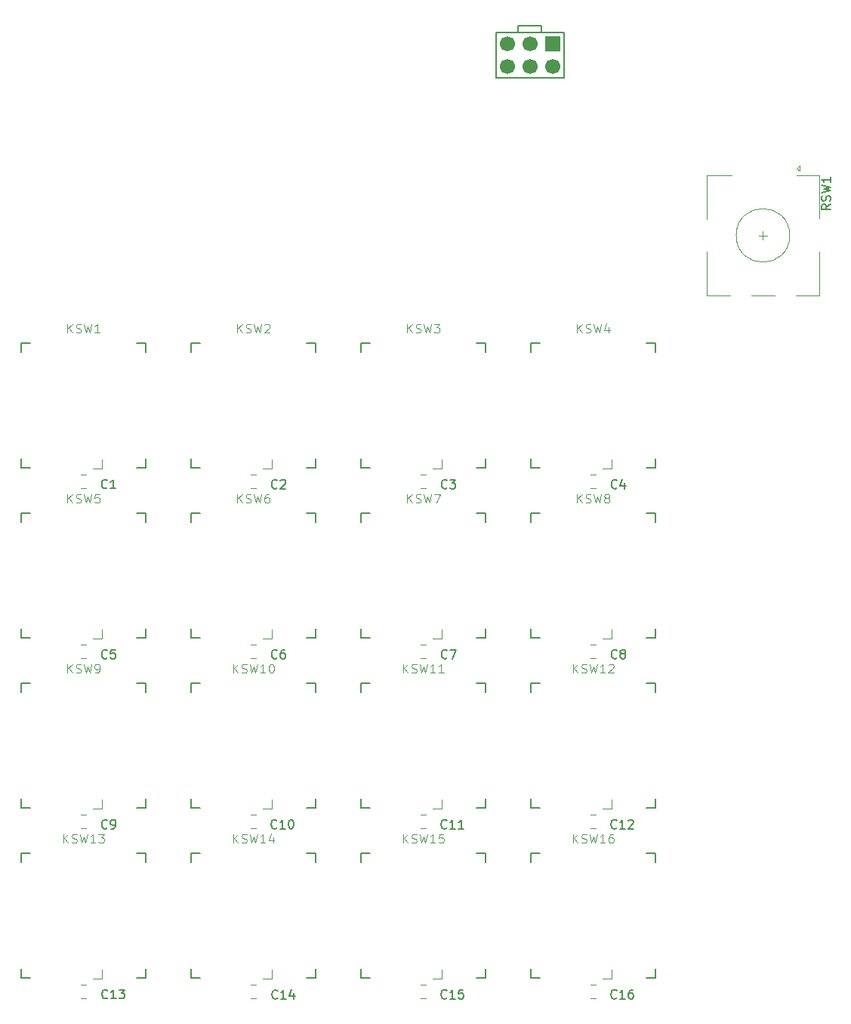
<source format=gbr>
%TF.GenerationSoftware,KiCad,Pcbnew,(7.0.0)*%
%TF.CreationDate,2023-03-09T16:04:36-06:00*%
%TF.ProjectId,RB-Macro16,52422d4d-6163-4726-9f31-362e6b696361,rev?*%
%TF.SameCoordinates,Original*%
%TF.FileFunction,Legend,Top*%
%TF.FilePolarity,Positive*%
%FSLAX46Y46*%
G04 Gerber Fmt 4.6, Leading zero omitted, Abs format (unit mm)*
G04 Created by KiCad (PCBNEW (7.0.0)) date 2023-03-09 16:04:36*
%MOMM*%
%LPD*%
G01*
G04 APERTURE LIST*
%ADD10C,0.150000*%
%ADD11C,0.100000*%
%ADD12C,0.120000*%
%ADD13C,0.203200*%
%ADD14C,0.200000*%
%ADD15R,1.700000X1.700000*%
%ADD16C,1.700000*%
G04 APERTURE END LIST*
D10*
%TO.C,C14*%
X82927142Y-154902142D02*
X82879523Y-154949761D01*
X82879523Y-154949761D02*
X82736666Y-154997380D01*
X82736666Y-154997380D02*
X82641428Y-154997380D01*
X82641428Y-154997380D02*
X82498571Y-154949761D01*
X82498571Y-154949761D02*
X82403333Y-154854523D01*
X82403333Y-154854523D02*
X82355714Y-154759285D01*
X82355714Y-154759285D02*
X82308095Y-154568809D01*
X82308095Y-154568809D02*
X82308095Y-154425952D01*
X82308095Y-154425952D02*
X82355714Y-154235476D01*
X82355714Y-154235476D02*
X82403333Y-154140238D01*
X82403333Y-154140238D02*
X82498571Y-154045000D01*
X82498571Y-154045000D02*
X82641428Y-153997380D01*
X82641428Y-153997380D02*
X82736666Y-153997380D01*
X82736666Y-153997380D02*
X82879523Y-154045000D01*
X82879523Y-154045000D02*
X82927142Y-154092619D01*
X83879523Y-154997380D02*
X83308095Y-154997380D01*
X83593809Y-154997380D02*
X83593809Y-153997380D01*
X83593809Y-153997380D02*
X83498571Y-154140238D01*
X83498571Y-154140238D02*
X83403333Y-154235476D01*
X83403333Y-154235476D02*
X83308095Y-154283095D01*
X84736666Y-154330714D02*
X84736666Y-154997380D01*
X84498571Y-153949761D02*
X84260476Y-154664047D01*
X84260476Y-154664047D02*
X84879523Y-154664047D01*
D11*
%TO.C,KSW9*%
X59373876Y-118473530D02*
X59373876Y-117473530D01*
X59945304Y-118473530D02*
X59516733Y-117902102D01*
X59945304Y-117473530D02*
X59373876Y-118044959D01*
X60326257Y-118425911D02*
X60469114Y-118473530D01*
X60469114Y-118473530D02*
X60707209Y-118473530D01*
X60707209Y-118473530D02*
X60802447Y-118425911D01*
X60802447Y-118425911D02*
X60850066Y-118378292D01*
X60850066Y-118378292D02*
X60897685Y-118283054D01*
X60897685Y-118283054D02*
X60897685Y-118187816D01*
X60897685Y-118187816D02*
X60850066Y-118092578D01*
X60850066Y-118092578D02*
X60802447Y-118044959D01*
X60802447Y-118044959D02*
X60707209Y-117997340D01*
X60707209Y-117997340D02*
X60516733Y-117949721D01*
X60516733Y-117949721D02*
X60421495Y-117902102D01*
X60421495Y-117902102D02*
X60373876Y-117854483D01*
X60373876Y-117854483D02*
X60326257Y-117759245D01*
X60326257Y-117759245D02*
X60326257Y-117664007D01*
X60326257Y-117664007D02*
X60373876Y-117568769D01*
X60373876Y-117568769D02*
X60421495Y-117521150D01*
X60421495Y-117521150D02*
X60516733Y-117473530D01*
X60516733Y-117473530D02*
X60754828Y-117473530D01*
X60754828Y-117473530D02*
X60897685Y-117521150D01*
X61231019Y-117473530D02*
X61469114Y-118473530D01*
X61469114Y-118473530D02*
X61659590Y-117759245D01*
X61659590Y-117759245D02*
X61850066Y-118473530D01*
X61850066Y-118473530D02*
X62088162Y-117473530D01*
X62516733Y-118473530D02*
X62707209Y-118473530D01*
X62707209Y-118473530D02*
X62802447Y-118425911D01*
X62802447Y-118425911D02*
X62850066Y-118378292D01*
X62850066Y-118378292D02*
X62945304Y-118235435D01*
X62945304Y-118235435D02*
X62992923Y-118044959D01*
X62992923Y-118044959D02*
X62992923Y-117664007D01*
X62992923Y-117664007D02*
X62945304Y-117568769D01*
X62945304Y-117568769D02*
X62897685Y-117521150D01*
X62897685Y-117521150D02*
X62802447Y-117473530D01*
X62802447Y-117473530D02*
X62611971Y-117473530D01*
X62611971Y-117473530D02*
X62516733Y-117521150D01*
X62516733Y-117521150D02*
X62469114Y-117568769D01*
X62469114Y-117568769D02*
X62421495Y-117664007D01*
X62421495Y-117664007D02*
X62421495Y-117902102D01*
X62421495Y-117902102D02*
X62469114Y-117997340D01*
X62469114Y-117997340D02*
X62516733Y-118044959D01*
X62516733Y-118044959D02*
X62611971Y-118092578D01*
X62611971Y-118092578D02*
X62802447Y-118092578D01*
X62802447Y-118092578D02*
X62897685Y-118044959D01*
X62897685Y-118044959D02*
X62945304Y-117997340D01*
X62945304Y-117997340D02*
X62992923Y-117902102D01*
D10*
%TO.C,C8*%
X120975017Y-116780630D02*
X120927398Y-116828249D01*
X120927398Y-116828249D02*
X120784541Y-116875868D01*
X120784541Y-116875868D02*
X120689303Y-116875868D01*
X120689303Y-116875868D02*
X120546446Y-116828249D01*
X120546446Y-116828249D02*
X120451208Y-116733011D01*
X120451208Y-116733011D02*
X120403589Y-116637773D01*
X120403589Y-116637773D02*
X120355970Y-116447297D01*
X120355970Y-116447297D02*
X120355970Y-116304440D01*
X120355970Y-116304440D02*
X120403589Y-116113964D01*
X120403589Y-116113964D02*
X120451208Y-116018726D01*
X120451208Y-116018726D02*
X120546446Y-115923488D01*
X120546446Y-115923488D02*
X120689303Y-115875868D01*
X120689303Y-115875868D02*
X120784541Y-115875868D01*
X120784541Y-115875868D02*
X120927398Y-115923488D01*
X120927398Y-115923488D02*
X120975017Y-115971107D01*
X121546446Y-116304440D02*
X121451208Y-116256821D01*
X121451208Y-116256821D02*
X121403589Y-116209202D01*
X121403589Y-116209202D02*
X121355970Y-116113964D01*
X121355970Y-116113964D02*
X121355970Y-116066345D01*
X121355970Y-116066345D02*
X121403589Y-115971107D01*
X121403589Y-115971107D02*
X121451208Y-115923488D01*
X121451208Y-115923488D02*
X121546446Y-115875868D01*
X121546446Y-115875868D02*
X121736922Y-115875868D01*
X121736922Y-115875868D02*
X121832160Y-115923488D01*
X121832160Y-115923488D02*
X121879779Y-115971107D01*
X121879779Y-115971107D02*
X121927398Y-116066345D01*
X121927398Y-116066345D02*
X121927398Y-116113964D01*
X121927398Y-116113964D02*
X121879779Y-116209202D01*
X121879779Y-116209202D02*
X121832160Y-116256821D01*
X121832160Y-116256821D02*
X121736922Y-116304440D01*
X121736922Y-116304440D02*
X121546446Y-116304440D01*
X121546446Y-116304440D02*
X121451208Y-116352059D01*
X121451208Y-116352059D02*
X121403589Y-116399678D01*
X121403589Y-116399678D02*
X121355970Y-116494916D01*
X121355970Y-116494916D02*
X121355970Y-116685392D01*
X121355970Y-116685392D02*
X121403589Y-116780630D01*
X121403589Y-116780630D02*
X121451208Y-116828249D01*
X121451208Y-116828249D02*
X121546446Y-116875868D01*
X121546446Y-116875868D02*
X121736922Y-116875868D01*
X121736922Y-116875868D02*
X121832160Y-116828249D01*
X121832160Y-116828249D02*
X121879779Y-116780630D01*
X121879779Y-116780630D02*
X121927398Y-116685392D01*
X121927398Y-116685392D02*
X121927398Y-116494916D01*
X121927398Y-116494916D02*
X121879779Y-116399678D01*
X121879779Y-116399678D02*
X121832160Y-116352059D01*
X121832160Y-116352059D02*
X121736922Y-116304440D01*
%TO.C,C3*%
X101925033Y-97730646D02*
X101877414Y-97778265D01*
X101877414Y-97778265D02*
X101734557Y-97825884D01*
X101734557Y-97825884D02*
X101639319Y-97825884D01*
X101639319Y-97825884D02*
X101496462Y-97778265D01*
X101496462Y-97778265D02*
X101401224Y-97683027D01*
X101401224Y-97683027D02*
X101353605Y-97587789D01*
X101353605Y-97587789D02*
X101305986Y-97397313D01*
X101305986Y-97397313D02*
X101305986Y-97254456D01*
X101305986Y-97254456D02*
X101353605Y-97063980D01*
X101353605Y-97063980D02*
X101401224Y-96968742D01*
X101401224Y-96968742D02*
X101496462Y-96873504D01*
X101496462Y-96873504D02*
X101639319Y-96825884D01*
X101639319Y-96825884D02*
X101734557Y-96825884D01*
X101734557Y-96825884D02*
X101877414Y-96873504D01*
X101877414Y-96873504D02*
X101925033Y-96921123D01*
X102258367Y-96825884D02*
X102877414Y-96825884D01*
X102877414Y-96825884D02*
X102544081Y-97206837D01*
X102544081Y-97206837D02*
X102686938Y-97206837D01*
X102686938Y-97206837D02*
X102782176Y-97254456D01*
X102782176Y-97254456D02*
X102829795Y-97302075D01*
X102829795Y-97302075D02*
X102877414Y-97397313D01*
X102877414Y-97397313D02*
X102877414Y-97635408D01*
X102877414Y-97635408D02*
X102829795Y-97730646D01*
X102829795Y-97730646D02*
X102782176Y-97778265D01*
X102782176Y-97778265D02*
X102686938Y-97825884D01*
X102686938Y-97825884D02*
X102401224Y-97825884D01*
X102401224Y-97825884D02*
X102305986Y-97778265D01*
X102305986Y-97778265D02*
X102258367Y-97730646D01*
D11*
%TO.C,KSW16*%
X116047685Y-137523530D02*
X116047685Y-136523530D01*
X116619113Y-137523530D02*
X116190542Y-136952102D01*
X116619113Y-136523530D02*
X116047685Y-137094959D01*
X117000066Y-137475911D02*
X117142923Y-137523530D01*
X117142923Y-137523530D02*
X117381018Y-137523530D01*
X117381018Y-137523530D02*
X117476256Y-137475911D01*
X117476256Y-137475911D02*
X117523875Y-137428292D01*
X117523875Y-137428292D02*
X117571494Y-137333054D01*
X117571494Y-137333054D02*
X117571494Y-137237816D01*
X117571494Y-137237816D02*
X117523875Y-137142578D01*
X117523875Y-137142578D02*
X117476256Y-137094959D01*
X117476256Y-137094959D02*
X117381018Y-137047340D01*
X117381018Y-137047340D02*
X117190542Y-136999721D01*
X117190542Y-136999721D02*
X117095304Y-136952102D01*
X117095304Y-136952102D02*
X117047685Y-136904483D01*
X117047685Y-136904483D02*
X117000066Y-136809245D01*
X117000066Y-136809245D02*
X117000066Y-136714007D01*
X117000066Y-136714007D02*
X117047685Y-136618769D01*
X117047685Y-136618769D02*
X117095304Y-136571150D01*
X117095304Y-136571150D02*
X117190542Y-136523530D01*
X117190542Y-136523530D02*
X117428637Y-136523530D01*
X117428637Y-136523530D02*
X117571494Y-136571150D01*
X117904828Y-136523530D02*
X118142923Y-137523530D01*
X118142923Y-137523530D02*
X118333399Y-136809245D01*
X118333399Y-136809245D02*
X118523875Y-137523530D01*
X118523875Y-137523530D02*
X118761971Y-136523530D01*
X119666732Y-137523530D02*
X119095304Y-137523530D01*
X119381018Y-137523530D02*
X119381018Y-136523530D01*
X119381018Y-136523530D02*
X119285780Y-136666388D01*
X119285780Y-136666388D02*
X119190542Y-136761626D01*
X119190542Y-136761626D02*
X119095304Y-136809245D01*
X120523875Y-136523530D02*
X120333399Y-136523530D01*
X120333399Y-136523530D02*
X120238161Y-136571150D01*
X120238161Y-136571150D02*
X120190542Y-136618769D01*
X120190542Y-136618769D02*
X120095304Y-136761626D01*
X120095304Y-136761626D02*
X120047685Y-136952102D01*
X120047685Y-136952102D02*
X120047685Y-137333054D01*
X120047685Y-137333054D02*
X120095304Y-137428292D01*
X120095304Y-137428292D02*
X120142923Y-137475911D01*
X120142923Y-137475911D02*
X120238161Y-137523530D01*
X120238161Y-137523530D02*
X120428637Y-137523530D01*
X120428637Y-137523530D02*
X120523875Y-137475911D01*
X120523875Y-137475911D02*
X120571494Y-137428292D01*
X120571494Y-137428292D02*
X120619113Y-137333054D01*
X120619113Y-137333054D02*
X120619113Y-137094959D01*
X120619113Y-137094959D02*
X120571494Y-136999721D01*
X120571494Y-136999721D02*
X120523875Y-136952102D01*
X120523875Y-136952102D02*
X120428637Y-136904483D01*
X120428637Y-136904483D02*
X120238161Y-136904483D01*
X120238161Y-136904483D02*
X120142923Y-136952102D01*
X120142923Y-136952102D02*
X120095304Y-136999721D01*
X120095304Y-136999721D02*
X120047685Y-137094959D01*
D10*
%TO.C,C4*%
X120975017Y-97730646D02*
X120927398Y-97778265D01*
X120927398Y-97778265D02*
X120784541Y-97825884D01*
X120784541Y-97825884D02*
X120689303Y-97825884D01*
X120689303Y-97825884D02*
X120546446Y-97778265D01*
X120546446Y-97778265D02*
X120451208Y-97683027D01*
X120451208Y-97683027D02*
X120403589Y-97587789D01*
X120403589Y-97587789D02*
X120355970Y-97397313D01*
X120355970Y-97397313D02*
X120355970Y-97254456D01*
X120355970Y-97254456D02*
X120403589Y-97063980D01*
X120403589Y-97063980D02*
X120451208Y-96968742D01*
X120451208Y-96968742D02*
X120546446Y-96873504D01*
X120546446Y-96873504D02*
X120689303Y-96825884D01*
X120689303Y-96825884D02*
X120784541Y-96825884D01*
X120784541Y-96825884D02*
X120927398Y-96873504D01*
X120927398Y-96873504D02*
X120975017Y-96921123D01*
X121832160Y-97159218D02*
X121832160Y-97825884D01*
X121594065Y-96778265D02*
X121355970Y-97492551D01*
X121355970Y-97492551D02*
X121975017Y-97492551D01*
D11*
%TO.C,KSW7*%
X97473876Y-99423530D02*
X97473876Y-98423530D01*
X98045304Y-99423530D02*
X97616733Y-98852102D01*
X98045304Y-98423530D02*
X97473876Y-98994959D01*
X98426257Y-99375911D02*
X98569114Y-99423530D01*
X98569114Y-99423530D02*
X98807209Y-99423530D01*
X98807209Y-99423530D02*
X98902447Y-99375911D01*
X98902447Y-99375911D02*
X98950066Y-99328292D01*
X98950066Y-99328292D02*
X98997685Y-99233054D01*
X98997685Y-99233054D02*
X98997685Y-99137816D01*
X98997685Y-99137816D02*
X98950066Y-99042578D01*
X98950066Y-99042578D02*
X98902447Y-98994959D01*
X98902447Y-98994959D02*
X98807209Y-98947340D01*
X98807209Y-98947340D02*
X98616733Y-98899721D01*
X98616733Y-98899721D02*
X98521495Y-98852102D01*
X98521495Y-98852102D02*
X98473876Y-98804483D01*
X98473876Y-98804483D02*
X98426257Y-98709245D01*
X98426257Y-98709245D02*
X98426257Y-98614007D01*
X98426257Y-98614007D02*
X98473876Y-98518769D01*
X98473876Y-98518769D02*
X98521495Y-98471150D01*
X98521495Y-98471150D02*
X98616733Y-98423530D01*
X98616733Y-98423530D02*
X98854828Y-98423530D01*
X98854828Y-98423530D02*
X98997685Y-98471150D01*
X99331019Y-98423530D02*
X99569114Y-99423530D01*
X99569114Y-99423530D02*
X99759590Y-98709245D01*
X99759590Y-98709245D02*
X99950066Y-99423530D01*
X99950066Y-99423530D02*
X100188162Y-98423530D01*
X100473876Y-98423530D02*
X101140542Y-98423530D01*
X101140542Y-98423530D02*
X100711971Y-99423530D01*
D10*
%TO.C,C6*%
X82869873Y-116773862D02*
X82822254Y-116821481D01*
X82822254Y-116821481D02*
X82679397Y-116869100D01*
X82679397Y-116869100D02*
X82584159Y-116869100D01*
X82584159Y-116869100D02*
X82441302Y-116821481D01*
X82441302Y-116821481D02*
X82346064Y-116726243D01*
X82346064Y-116726243D02*
X82298445Y-116631005D01*
X82298445Y-116631005D02*
X82250826Y-116440529D01*
X82250826Y-116440529D02*
X82250826Y-116297672D01*
X82250826Y-116297672D02*
X82298445Y-116107196D01*
X82298445Y-116107196D02*
X82346064Y-116011958D01*
X82346064Y-116011958D02*
X82441302Y-115916720D01*
X82441302Y-115916720D02*
X82584159Y-115869100D01*
X82584159Y-115869100D02*
X82679397Y-115869100D01*
X82679397Y-115869100D02*
X82822254Y-115916720D01*
X82822254Y-115916720D02*
X82869873Y-115964339D01*
X83727016Y-115869100D02*
X83536540Y-115869100D01*
X83536540Y-115869100D02*
X83441302Y-115916720D01*
X83441302Y-115916720D02*
X83393683Y-115964339D01*
X83393683Y-115964339D02*
X83298445Y-116107196D01*
X83298445Y-116107196D02*
X83250826Y-116297672D01*
X83250826Y-116297672D02*
X83250826Y-116678624D01*
X83250826Y-116678624D02*
X83298445Y-116773862D01*
X83298445Y-116773862D02*
X83346064Y-116821481D01*
X83346064Y-116821481D02*
X83441302Y-116869100D01*
X83441302Y-116869100D02*
X83631778Y-116869100D01*
X83631778Y-116869100D02*
X83727016Y-116821481D01*
X83727016Y-116821481D02*
X83774635Y-116773862D01*
X83774635Y-116773862D02*
X83822254Y-116678624D01*
X83822254Y-116678624D02*
X83822254Y-116440529D01*
X83822254Y-116440529D02*
X83774635Y-116345291D01*
X83774635Y-116345291D02*
X83727016Y-116297672D01*
X83727016Y-116297672D02*
X83631778Y-116250053D01*
X83631778Y-116250053D02*
X83441302Y-116250053D01*
X83441302Y-116250053D02*
X83346064Y-116297672D01*
X83346064Y-116297672D02*
X83298445Y-116345291D01*
X83298445Y-116345291D02*
X83250826Y-116440529D01*
D11*
%TO.C,KSW3*%
X97473876Y-80373530D02*
X97473876Y-79373530D01*
X98045304Y-80373530D02*
X97616733Y-79802102D01*
X98045304Y-79373530D02*
X97473876Y-79944959D01*
X98426257Y-80325911D02*
X98569114Y-80373530D01*
X98569114Y-80373530D02*
X98807209Y-80373530D01*
X98807209Y-80373530D02*
X98902447Y-80325911D01*
X98902447Y-80325911D02*
X98950066Y-80278292D01*
X98950066Y-80278292D02*
X98997685Y-80183054D01*
X98997685Y-80183054D02*
X98997685Y-80087816D01*
X98997685Y-80087816D02*
X98950066Y-79992578D01*
X98950066Y-79992578D02*
X98902447Y-79944959D01*
X98902447Y-79944959D02*
X98807209Y-79897340D01*
X98807209Y-79897340D02*
X98616733Y-79849721D01*
X98616733Y-79849721D02*
X98521495Y-79802102D01*
X98521495Y-79802102D02*
X98473876Y-79754483D01*
X98473876Y-79754483D02*
X98426257Y-79659245D01*
X98426257Y-79659245D02*
X98426257Y-79564007D01*
X98426257Y-79564007D02*
X98473876Y-79468769D01*
X98473876Y-79468769D02*
X98521495Y-79421150D01*
X98521495Y-79421150D02*
X98616733Y-79373530D01*
X98616733Y-79373530D02*
X98854828Y-79373530D01*
X98854828Y-79373530D02*
X98997685Y-79421150D01*
X99331019Y-79373530D02*
X99569114Y-80373530D01*
X99569114Y-80373530D02*
X99759590Y-79659245D01*
X99759590Y-79659245D02*
X99950066Y-80373530D01*
X99950066Y-80373530D02*
X100188162Y-79373530D01*
X100473876Y-79373530D02*
X101092923Y-79373530D01*
X101092923Y-79373530D02*
X100759590Y-79754483D01*
X100759590Y-79754483D02*
X100902447Y-79754483D01*
X100902447Y-79754483D02*
X100997685Y-79802102D01*
X100997685Y-79802102D02*
X101045304Y-79849721D01*
X101045304Y-79849721D02*
X101092923Y-79944959D01*
X101092923Y-79944959D02*
X101092923Y-80183054D01*
X101092923Y-80183054D02*
X101045304Y-80278292D01*
X101045304Y-80278292D02*
X100997685Y-80325911D01*
X100997685Y-80325911D02*
X100902447Y-80373530D01*
X100902447Y-80373530D02*
X100616733Y-80373530D01*
X100616733Y-80373530D02*
X100521495Y-80325911D01*
X100521495Y-80325911D02*
X100473876Y-80278292D01*
D10*
%TO.C,C2*%
X82869873Y-97724902D02*
X82822254Y-97772521D01*
X82822254Y-97772521D02*
X82679397Y-97820140D01*
X82679397Y-97820140D02*
X82584159Y-97820140D01*
X82584159Y-97820140D02*
X82441302Y-97772521D01*
X82441302Y-97772521D02*
X82346064Y-97677283D01*
X82346064Y-97677283D02*
X82298445Y-97582045D01*
X82298445Y-97582045D02*
X82250826Y-97391569D01*
X82250826Y-97391569D02*
X82250826Y-97248712D01*
X82250826Y-97248712D02*
X82298445Y-97058236D01*
X82298445Y-97058236D02*
X82346064Y-96962998D01*
X82346064Y-96962998D02*
X82441302Y-96867760D01*
X82441302Y-96867760D02*
X82584159Y-96820140D01*
X82584159Y-96820140D02*
X82679397Y-96820140D01*
X82679397Y-96820140D02*
X82822254Y-96867760D01*
X82822254Y-96867760D02*
X82869873Y-96915379D01*
X83250826Y-96915379D02*
X83298445Y-96867760D01*
X83298445Y-96867760D02*
X83393683Y-96820140D01*
X83393683Y-96820140D02*
X83631778Y-96820140D01*
X83631778Y-96820140D02*
X83727016Y-96867760D01*
X83727016Y-96867760D02*
X83774635Y-96915379D01*
X83774635Y-96915379D02*
X83822254Y-97010617D01*
X83822254Y-97010617D02*
X83822254Y-97105855D01*
X83822254Y-97105855D02*
X83774635Y-97248712D01*
X83774635Y-97248712D02*
X83203207Y-97820140D01*
X83203207Y-97820140D02*
X83822254Y-97820140D01*
D11*
%TO.C,KSW15*%
X96997685Y-137523530D02*
X96997685Y-136523530D01*
X97569113Y-137523530D02*
X97140542Y-136952102D01*
X97569113Y-136523530D02*
X96997685Y-137094959D01*
X97950066Y-137475911D02*
X98092923Y-137523530D01*
X98092923Y-137523530D02*
X98331018Y-137523530D01*
X98331018Y-137523530D02*
X98426256Y-137475911D01*
X98426256Y-137475911D02*
X98473875Y-137428292D01*
X98473875Y-137428292D02*
X98521494Y-137333054D01*
X98521494Y-137333054D02*
X98521494Y-137237816D01*
X98521494Y-137237816D02*
X98473875Y-137142578D01*
X98473875Y-137142578D02*
X98426256Y-137094959D01*
X98426256Y-137094959D02*
X98331018Y-137047340D01*
X98331018Y-137047340D02*
X98140542Y-136999721D01*
X98140542Y-136999721D02*
X98045304Y-136952102D01*
X98045304Y-136952102D02*
X97997685Y-136904483D01*
X97997685Y-136904483D02*
X97950066Y-136809245D01*
X97950066Y-136809245D02*
X97950066Y-136714007D01*
X97950066Y-136714007D02*
X97997685Y-136618769D01*
X97997685Y-136618769D02*
X98045304Y-136571150D01*
X98045304Y-136571150D02*
X98140542Y-136523530D01*
X98140542Y-136523530D02*
X98378637Y-136523530D01*
X98378637Y-136523530D02*
X98521494Y-136571150D01*
X98854828Y-136523530D02*
X99092923Y-137523530D01*
X99092923Y-137523530D02*
X99283399Y-136809245D01*
X99283399Y-136809245D02*
X99473875Y-137523530D01*
X99473875Y-137523530D02*
X99711971Y-136523530D01*
X100616732Y-137523530D02*
X100045304Y-137523530D01*
X100331018Y-137523530D02*
X100331018Y-136523530D01*
X100331018Y-136523530D02*
X100235780Y-136666388D01*
X100235780Y-136666388D02*
X100140542Y-136761626D01*
X100140542Y-136761626D02*
X100045304Y-136809245D01*
X101521494Y-136523530D02*
X101045304Y-136523530D01*
X101045304Y-136523530D02*
X100997685Y-136999721D01*
X100997685Y-136999721D02*
X101045304Y-136952102D01*
X101045304Y-136952102D02*
X101140542Y-136904483D01*
X101140542Y-136904483D02*
X101378637Y-136904483D01*
X101378637Y-136904483D02*
X101473875Y-136952102D01*
X101473875Y-136952102D02*
X101521494Y-136999721D01*
X101521494Y-136999721D02*
X101569113Y-137094959D01*
X101569113Y-137094959D02*
X101569113Y-137333054D01*
X101569113Y-137333054D02*
X101521494Y-137428292D01*
X101521494Y-137428292D02*
X101473875Y-137475911D01*
X101473875Y-137475911D02*
X101378637Y-137523530D01*
X101378637Y-137523530D02*
X101140542Y-137523530D01*
X101140542Y-137523530D02*
X101045304Y-137475911D01*
X101045304Y-137475911D02*
X100997685Y-137428292D01*
D10*
%TO.C,C1*%
X63820913Y-97707492D02*
X63773294Y-97755111D01*
X63773294Y-97755111D02*
X63630437Y-97802730D01*
X63630437Y-97802730D02*
X63535199Y-97802730D01*
X63535199Y-97802730D02*
X63392342Y-97755111D01*
X63392342Y-97755111D02*
X63297104Y-97659873D01*
X63297104Y-97659873D02*
X63249485Y-97564635D01*
X63249485Y-97564635D02*
X63201866Y-97374159D01*
X63201866Y-97374159D02*
X63201866Y-97231302D01*
X63201866Y-97231302D02*
X63249485Y-97040826D01*
X63249485Y-97040826D02*
X63297104Y-96945588D01*
X63297104Y-96945588D02*
X63392342Y-96850350D01*
X63392342Y-96850350D02*
X63535199Y-96802730D01*
X63535199Y-96802730D02*
X63630437Y-96802730D01*
X63630437Y-96802730D02*
X63773294Y-96850350D01*
X63773294Y-96850350D02*
X63820913Y-96897969D01*
X64773294Y-97802730D02*
X64201866Y-97802730D01*
X64487580Y-97802730D02*
X64487580Y-96802730D01*
X64487580Y-96802730D02*
X64392342Y-96945588D01*
X64392342Y-96945588D02*
X64297104Y-97040826D01*
X64297104Y-97040826D02*
X64201866Y-97088445D01*
%TO.C,C16*%
X120945310Y-154880598D02*
X120897691Y-154928217D01*
X120897691Y-154928217D02*
X120754834Y-154975836D01*
X120754834Y-154975836D02*
X120659596Y-154975836D01*
X120659596Y-154975836D02*
X120516739Y-154928217D01*
X120516739Y-154928217D02*
X120421501Y-154832979D01*
X120421501Y-154832979D02*
X120373882Y-154737741D01*
X120373882Y-154737741D02*
X120326263Y-154547265D01*
X120326263Y-154547265D02*
X120326263Y-154404408D01*
X120326263Y-154404408D02*
X120373882Y-154213932D01*
X120373882Y-154213932D02*
X120421501Y-154118694D01*
X120421501Y-154118694D02*
X120516739Y-154023456D01*
X120516739Y-154023456D02*
X120659596Y-153975836D01*
X120659596Y-153975836D02*
X120754834Y-153975836D01*
X120754834Y-153975836D02*
X120897691Y-154023456D01*
X120897691Y-154023456D02*
X120945310Y-154071075D01*
X121897691Y-154975836D02*
X121326263Y-154975836D01*
X121611977Y-154975836D02*
X121611977Y-153975836D01*
X121611977Y-153975836D02*
X121516739Y-154118694D01*
X121516739Y-154118694D02*
X121421501Y-154213932D01*
X121421501Y-154213932D02*
X121326263Y-154261551D01*
X122754834Y-153975836D02*
X122564358Y-153975836D01*
X122564358Y-153975836D02*
X122469120Y-154023456D01*
X122469120Y-154023456D02*
X122421501Y-154071075D01*
X122421501Y-154071075D02*
X122326263Y-154213932D01*
X122326263Y-154213932D02*
X122278644Y-154404408D01*
X122278644Y-154404408D02*
X122278644Y-154785360D01*
X122278644Y-154785360D02*
X122326263Y-154880598D01*
X122326263Y-154880598D02*
X122373882Y-154928217D01*
X122373882Y-154928217D02*
X122469120Y-154975836D01*
X122469120Y-154975836D02*
X122659596Y-154975836D01*
X122659596Y-154975836D02*
X122754834Y-154928217D01*
X122754834Y-154928217D02*
X122802453Y-154880598D01*
X122802453Y-154880598D02*
X122850072Y-154785360D01*
X122850072Y-154785360D02*
X122850072Y-154547265D01*
X122850072Y-154547265D02*
X122802453Y-154452027D01*
X122802453Y-154452027D02*
X122754834Y-154404408D01*
X122754834Y-154404408D02*
X122659596Y-154356789D01*
X122659596Y-154356789D02*
X122469120Y-154356789D01*
X122469120Y-154356789D02*
X122373882Y-154404408D01*
X122373882Y-154404408D02*
X122326263Y-154452027D01*
X122326263Y-154452027D02*
X122278644Y-154547265D01*
D11*
%TO.C,KSW6*%
X78423876Y-99423530D02*
X78423876Y-98423530D01*
X78995304Y-99423530D02*
X78566733Y-98852102D01*
X78995304Y-98423530D02*
X78423876Y-98994959D01*
X79376257Y-99375911D02*
X79519114Y-99423530D01*
X79519114Y-99423530D02*
X79757209Y-99423530D01*
X79757209Y-99423530D02*
X79852447Y-99375911D01*
X79852447Y-99375911D02*
X79900066Y-99328292D01*
X79900066Y-99328292D02*
X79947685Y-99233054D01*
X79947685Y-99233054D02*
X79947685Y-99137816D01*
X79947685Y-99137816D02*
X79900066Y-99042578D01*
X79900066Y-99042578D02*
X79852447Y-98994959D01*
X79852447Y-98994959D02*
X79757209Y-98947340D01*
X79757209Y-98947340D02*
X79566733Y-98899721D01*
X79566733Y-98899721D02*
X79471495Y-98852102D01*
X79471495Y-98852102D02*
X79423876Y-98804483D01*
X79423876Y-98804483D02*
X79376257Y-98709245D01*
X79376257Y-98709245D02*
X79376257Y-98614007D01*
X79376257Y-98614007D02*
X79423876Y-98518769D01*
X79423876Y-98518769D02*
X79471495Y-98471150D01*
X79471495Y-98471150D02*
X79566733Y-98423530D01*
X79566733Y-98423530D02*
X79804828Y-98423530D01*
X79804828Y-98423530D02*
X79947685Y-98471150D01*
X80281019Y-98423530D02*
X80519114Y-99423530D01*
X80519114Y-99423530D02*
X80709590Y-98709245D01*
X80709590Y-98709245D02*
X80900066Y-99423530D01*
X80900066Y-99423530D02*
X81138162Y-98423530D01*
X81947685Y-98423530D02*
X81757209Y-98423530D01*
X81757209Y-98423530D02*
X81661971Y-98471150D01*
X81661971Y-98471150D02*
X81614352Y-98518769D01*
X81614352Y-98518769D02*
X81519114Y-98661626D01*
X81519114Y-98661626D02*
X81471495Y-98852102D01*
X81471495Y-98852102D02*
X81471495Y-99233054D01*
X81471495Y-99233054D02*
X81519114Y-99328292D01*
X81519114Y-99328292D02*
X81566733Y-99375911D01*
X81566733Y-99375911D02*
X81661971Y-99423530D01*
X81661971Y-99423530D02*
X81852447Y-99423530D01*
X81852447Y-99423530D02*
X81947685Y-99375911D01*
X81947685Y-99375911D02*
X81995304Y-99328292D01*
X81995304Y-99328292D02*
X82042923Y-99233054D01*
X82042923Y-99233054D02*
X82042923Y-98994959D01*
X82042923Y-98994959D02*
X81995304Y-98899721D01*
X81995304Y-98899721D02*
X81947685Y-98852102D01*
X81947685Y-98852102D02*
X81852447Y-98804483D01*
X81852447Y-98804483D02*
X81661971Y-98804483D01*
X81661971Y-98804483D02*
X81566733Y-98852102D01*
X81566733Y-98852102D02*
X81519114Y-98899721D01*
X81519114Y-98899721D02*
X81471495Y-98994959D01*
%TO.C,KSW14*%
X77947685Y-137523530D02*
X77947685Y-136523530D01*
X78519113Y-137523530D02*
X78090542Y-136952102D01*
X78519113Y-136523530D02*
X77947685Y-137094959D01*
X78900066Y-137475911D02*
X79042923Y-137523530D01*
X79042923Y-137523530D02*
X79281018Y-137523530D01*
X79281018Y-137523530D02*
X79376256Y-137475911D01*
X79376256Y-137475911D02*
X79423875Y-137428292D01*
X79423875Y-137428292D02*
X79471494Y-137333054D01*
X79471494Y-137333054D02*
X79471494Y-137237816D01*
X79471494Y-137237816D02*
X79423875Y-137142578D01*
X79423875Y-137142578D02*
X79376256Y-137094959D01*
X79376256Y-137094959D02*
X79281018Y-137047340D01*
X79281018Y-137047340D02*
X79090542Y-136999721D01*
X79090542Y-136999721D02*
X78995304Y-136952102D01*
X78995304Y-136952102D02*
X78947685Y-136904483D01*
X78947685Y-136904483D02*
X78900066Y-136809245D01*
X78900066Y-136809245D02*
X78900066Y-136714007D01*
X78900066Y-136714007D02*
X78947685Y-136618769D01*
X78947685Y-136618769D02*
X78995304Y-136571150D01*
X78995304Y-136571150D02*
X79090542Y-136523530D01*
X79090542Y-136523530D02*
X79328637Y-136523530D01*
X79328637Y-136523530D02*
X79471494Y-136571150D01*
X79804828Y-136523530D02*
X80042923Y-137523530D01*
X80042923Y-137523530D02*
X80233399Y-136809245D01*
X80233399Y-136809245D02*
X80423875Y-137523530D01*
X80423875Y-137523530D02*
X80661971Y-136523530D01*
X81566732Y-137523530D02*
X80995304Y-137523530D01*
X81281018Y-137523530D02*
X81281018Y-136523530D01*
X81281018Y-136523530D02*
X81185780Y-136666388D01*
X81185780Y-136666388D02*
X81090542Y-136761626D01*
X81090542Y-136761626D02*
X80995304Y-136809245D01*
X82423875Y-136856864D02*
X82423875Y-137523530D01*
X82185780Y-136475911D02*
X81947685Y-137190197D01*
X81947685Y-137190197D02*
X82566732Y-137190197D01*
%TO.C,KSW1*%
X59373876Y-80373530D02*
X59373876Y-79373530D01*
X59945304Y-80373530D02*
X59516733Y-79802102D01*
X59945304Y-79373530D02*
X59373876Y-79944959D01*
X60326257Y-80325911D02*
X60469114Y-80373530D01*
X60469114Y-80373530D02*
X60707209Y-80373530D01*
X60707209Y-80373530D02*
X60802447Y-80325911D01*
X60802447Y-80325911D02*
X60850066Y-80278292D01*
X60850066Y-80278292D02*
X60897685Y-80183054D01*
X60897685Y-80183054D02*
X60897685Y-80087816D01*
X60897685Y-80087816D02*
X60850066Y-79992578D01*
X60850066Y-79992578D02*
X60802447Y-79944959D01*
X60802447Y-79944959D02*
X60707209Y-79897340D01*
X60707209Y-79897340D02*
X60516733Y-79849721D01*
X60516733Y-79849721D02*
X60421495Y-79802102D01*
X60421495Y-79802102D02*
X60373876Y-79754483D01*
X60373876Y-79754483D02*
X60326257Y-79659245D01*
X60326257Y-79659245D02*
X60326257Y-79564007D01*
X60326257Y-79564007D02*
X60373876Y-79468769D01*
X60373876Y-79468769D02*
X60421495Y-79421150D01*
X60421495Y-79421150D02*
X60516733Y-79373530D01*
X60516733Y-79373530D02*
X60754828Y-79373530D01*
X60754828Y-79373530D02*
X60897685Y-79421150D01*
X61231019Y-79373530D02*
X61469114Y-80373530D01*
X61469114Y-80373530D02*
X61659590Y-79659245D01*
X61659590Y-79659245D02*
X61850066Y-80373530D01*
X61850066Y-80373530D02*
X62088162Y-79373530D01*
X62992923Y-80373530D02*
X62421495Y-80373530D01*
X62707209Y-80373530D02*
X62707209Y-79373530D01*
X62707209Y-79373530D02*
X62611971Y-79516388D01*
X62611971Y-79516388D02*
X62516733Y-79611626D01*
X62516733Y-79611626D02*
X62421495Y-79659245D01*
%TO.C,KSW2*%
X78423876Y-80373530D02*
X78423876Y-79373530D01*
X78995304Y-80373530D02*
X78566733Y-79802102D01*
X78995304Y-79373530D02*
X78423876Y-79944959D01*
X79376257Y-80325911D02*
X79519114Y-80373530D01*
X79519114Y-80373530D02*
X79757209Y-80373530D01*
X79757209Y-80373530D02*
X79852447Y-80325911D01*
X79852447Y-80325911D02*
X79900066Y-80278292D01*
X79900066Y-80278292D02*
X79947685Y-80183054D01*
X79947685Y-80183054D02*
X79947685Y-80087816D01*
X79947685Y-80087816D02*
X79900066Y-79992578D01*
X79900066Y-79992578D02*
X79852447Y-79944959D01*
X79852447Y-79944959D02*
X79757209Y-79897340D01*
X79757209Y-79897340D02*
X79566733Y-79849721D01*
X79566733Y-79849721D02*
X79471495Y-79802102D01*
X79471495Y-79802102D02*
X79423876Y-79754483D01*
X79423876Y-79754483D02*
X79376257Y-79659245D01*
X79376257Y-79659245D02*
X79376257Y-79564007D01*
X79376257Y-79564007D02*
X79423876Y-79468769D01*
X79423876Y-79468769D02*
X79471495Y-79421150D01*
X79471495Y-79421150D02*
X79566733Y-79373530D01*
X79566733Y-79373530D02*
X79804828Y-79373530D01*
X79804828Y-79373530D02*
X79947685Y-79421150D01*
X80281019Y-79373530D02*
X80519114Y-80373530D01*
X80519114Y-80373530D02*
X80709590Y-79659245D01*
X80709590Y-79659245D02*
X80900066Y-80373530D01*
X80900066Y-80373530D02*
X81138162Y-79373530D01*
X81471495Y-79468769D02*
X81519114Y-79421150D01*
X81519114Y-79421150D02*
X81614352Y-79373530D01*
X81614352Y-79373530D02*
X81852447Y-79373530D01*
X81852447Y-79373530D02*
X81947685Y-79421150D01*
X81947685Y-79421150D02*
X81995304Y-79468769D01*
X81995304Y-79468769D02*
X82042923Y-79564007D01*
X82042923Y-79564007D02*
X82042923Y-79659245D01*
X82042923Y-79659245D02*
X81995304Y-79802102D01*
X81995304Y-79802102D02*
X81423876Y-80373530D01*
X81423876Y-80373530D02*
X82042923Y-80373530D01*
%TO.C,KSW5*%
X59373876Y-99423530D02*
X59373876Y-98423530D01*
X59945304Y-99423530D02*
X59516733Y-98852102D01*
X59945304Y-98423530D02*
X59373876Y-98994959D01*
X60326257Y-99375911D02*
X60469114Y-99423530D01*
X60469114Y-99423530D02*
X60707209Y-99423530D01*
X60707209Y-99423530D02*
X60802447Y-99375911D01*
X60802447Y-99375911D02*
X60850066Y-99328292D01*
X60850066Y-99328292D02*
X60897685Y-99233054D01*
X60897685Y-99233054D02*
X60897685Y-99137816D01*
X60897685Y-99137816D02*
X60850066Y-99042578D01*
X60850066Y-99042578D02*
X60802447Y-98994959D01*
X60802447Y-98994959D02*
X60707209Y-98947340D01*
X60707209Y-98947340D02*
X60516733Y-98899721D01*
X60516733Y-98899721D02*
X60421495Y-98852102D01*
X60421495Y-98852102D02*
X60373876Y-98804483D01*
X60373876Y-98804483D02*
X60326257Y-98709245D01*
X60326257Y-98709245D02*
X60326257Y-98614007D01*
X60326257Y-98614007D02*
X60373876Y-98518769D01*
X60373876Y-98518769D02*
X60421495Y-98471150D01*
X60421495Y-98471150D02*
X60516733Y-98423530D01*
X60516733Y-98423530D02*
X60754828Y-98423530D01*
X60754828Y-98423530D02*
X60897685Y-98471150D01*
X61231019Y-98423530D02*
X61469114Y-99423530D01*
X61469114Y-99423530D02*
X61659590Y-98709245D01*
X61659590Y-98709245D02*
X61850066Y-99423530D01*
X61850066Y-99423530D02*
X62088162Y-98423530D01*
X62945304Y-98423530D02*
X62469114Y-98423530D01*
X62469114Y-98423530D02*
X62421495Y-98899721D01*
X62421495Y-98899721D02*
X62469114Y-98852102D01*
X62469114Y-98852102D02*
X62564352Y-98804483D01*
X62564352Y-98804483D02*
X62802447Y-98804483D01*
X62802447Y-98804483D02*
X62897685Y-98852102D01*
X62897685Y-98852102D02*
X62945304Y-98899721D01*
X62945304Y-98899721D02*
X62992923Y-98994959D01*
X62992923Y-98994959D02*
X62992923Y-99233054D01*
X62992923Y-99233054D02*
X62945304Y-99328292D01*
X62945304Y-99328292D02*
X62897685Y-99375911D01*
X62897685Y-99375911D02*
X62802447Y-99423530D01*
X62802447Y-99423530D02*
X62564352Y-99423530D01*
X62564352Y-99423530D02*
X62469114Y-99375911D01*
X62469114Y-99375911D02*
X62421495Y-99328292D01*
D10*
%TO.C,RSW1*%
X144926970Y-65970435D02*
X144450780Y-66303768D01*
X144926970Y-66541863D02*
X143926970Y-66541863D01*
X143926970Y-66541863D02*
X143926970Y-66160911D01*
X143926970Y-66160911D02*
X143974590Y-66065673D01*
X143974590Y-66065673D02*
X144022209Y-66018054D01*
X144022209Y-66018054D02*
X144117447Y-65970435D01*
X144117447Y-65970435D02*
X144260304Y-65970435D01*
X144260304Y-65970435D02*
X144355542Y-66018054D01*
X144355542Y-66018054D02*
X144403161Y-66065673D01*
X144403161Y-66065673D02*
X144450780Y-66160911D01*
X144450780Y-66160911D02*
X144450780Y-66541863D01*
X144879351Y-65589482D02*
X144926970Y-65446625D01*
X144926970Y-65446625D02*
X144926970Y-65208530D01*
X144926970Y-65208530D02*
X144879351Y-65113292D01*
X144879351Y-65113292D02*
X144831732Y-65065673D01*
X144831732Y-65065673D02*
X144736494Y-65018054D01*
X144736494Y-65018054D02*
X144641256Y-65018054D01*
X144641256Y-65018054D02*
X144546018Y-65065673D01*
X144546018Y-65065673D02*
X144498399Y-65113292D01*
X144498399Y-65113292D02*
X144450780Y-65208530D01*
X144450780Y-65208530D02*
X144403161Y-65399006D01*
X144403161Y-65399006D02*
X144355542Y-65494244D01*
X144355542Y-65494244D02*
X144307923Y-65541863D01*
X144307923Y-65541863D02*
X144212685Y-65589482D01*
X144212685Y-65589482D02*
X144117447Y-65589482D01*
X144117447Y-65589482D02*
X144022209Y-65541863D01*
X144022209Y-65541863D02*
X143974590Y-65494244D01*
X143974590Y-65494244D02*
X143926970Y-65399006D01*
X143926970Y-65399006D02*
X143926970Y-65160911D01*
X143926970Y-65160911D02*
X143974590Y-65018054D01*
X143926970Y-64684720D02*
X144926970Y-64446625D01*
X144926970Y-64446625D02*
X144212685Y-64256149D01*
X144212685Y-64256149D02*
X144926970Y-64065673D01*
X144926970Y-64065673D02*
X143926970Y-63827578D01*
X144926970Y-62922816D02*
X144926970Y-63494244D01*
X144926970Y-63208530D02*
X143926970Y-63208530D01*
X143926970Y-63208530D02*
X144069828Y-63303768D01*
X144069828Y-63303768D02*
X144165066Y-63399006D01*
X144165066Y-63399006D02*
X144212685Y-63494244D01*
%TO.C,C15*%
X101895326Y-154880598D02*
X101847707Y-154928217D01*
X101847707Y-154928217D02*
X101704850Y-154975836D01*
X101704850Y-154975836D02*
X101609612Y-154975836D01*
X101609612Y-154975836D02*
X101466755Y-154928217D01*
X101466755Y-154928217D02*
X101371517Y-154832979D01*
X101371517Y-154832979D02*
X101323898Y-154737741D01*
X101323898Y-154737741D02*
X101276279Y-154547265D01*
X101276279Y-154547265D02*
X101276279Y-154404408D01*
X101276279Y-154404408D02*
X101323898Y-154213932D01*
X101323898Y-154213932D02*
X101371517Y-154118694D01*
X101371517Y-154118694D02*
X101466755Y-154023456D01*
X101466755Y-154023456D02*
X101609612Y-153975836D01*
X101609612Y-153975836D02*
X101704850Y-153975836D01*
X101704850Y-153975836D02*
X101847707Y-154023456D01*
X101847707Y-154023456D02*
X101895326Y-154071075D01*
X102847707Y-154975836D02*
X102276279Y-154975836D01*
X102561993Y-154975836D02*
X102561993Y-153975836D01*
X102561993Y-153975836D02*
X102466755Y-154118694D01*
X102466755Y-154118694D02*
X102371517Y-154213932D01*
X102371517Y-154213932D02*
X102276279Y-154261551D01*
X103752469Y-153975836D02*
X103276279Y-153975836D01*
X103276279Y-153975836D02*
X103228660Y-154452027D01*
X103228660Y-154452027D02*
X103276279Y-154404408D01*
X103276279Y-154404408D02*
X103371517Y-154356789D01*
X103371517Y-154356789D02*
X103609612Y-154356789D01*
X103609612Y-154356789D02*
X103704850Y-154404408D01*
X103704850Y-154404408D02*
X103752469Y-154452027D01*
X103752469Y-154452027D02*
X103800088Y-154547265D01*
X103800088Y-154547265D02*
X103800088Y-154785360D01*
X103800088Y-154785360D02*
X103752469Y-154880598D01*
X103752469Y-154880598D02*
X103704850Y-154928217D01*
X103704850Y-154928217D02*
X103609612Y-154975836D01*
X103609612Y-154975836D02*
X103371517Y-154975836D01*
X103371517Y-154975836D02*
X103276279Y-154928217D01*
X103276279Y-154928217D02*
X103228660Y-154880598D01*
D11*
%TO.C,KSW12*%
X116047685Y-118473530D02*
X116047685Y-117473530D01*
X116619113Y-118473530D02*
X116190542Y-117902102D01*
X116619113Y-117473530D02*
X116047685Y-118044959D01*
X117000066Y-118425911D02*
X117142923Y-118473530D01*
X117142923Y-118473530D02*
X117381018Y-118473530D01*
X117381018Y-118473530D02*
X117476256Y-118425911D01*
X117476256Y-118425911D02*
X117523875Y-118378292D01*
X117523875Y-118378292D02*
X117571494Y-118283054D01*
X117571494Y-118283054D02*
X117571494Y-118187816D01*
X117571494Y-118187816D02*
X117523875Y-118092578D01*
X117523875Y-118092578D02*
X117476256Y-118044959D01*
X117476256Y-118044959D02*
X117381018Y-117997340D01*
X117381018Y-117997340D02*
X117190542Y-117949721D01*
X117190542Y-117949721D02*
X117095304Y-117902102D01*
X117095304Y-117902102D02*
X117047685Y-117854483D01*
X117047685Y-117854483D02*
X117000066Y-117759245D01*
X117000066Y-117759245D02*
X117000066Y-117664007D01*
X117000066Y-117664007D02*
X117047685Y-117568769D01*
X117047685Y-117568769D02*
X117095304Y-117521150D01*
X117095304Y-117521150D02*
X117190542Y-117473530D01*
X117190542Y-117473530D02*
X117428637Y-117473530D01*
X117428637Y-117473530D02*
X117571494Y-117521150D01*
X117904828Y-117473530D02*
X118142923Y-118473530D01*
X118142923Y-118473530D02*
X118333399Y-117759245D01*
X118333399Y-117759245D02*
X118523875Y-118473530D01*
X118523875Y-118473530D02*
X118761971Y-117473530D01*
X119666732Y-118473530D02*
X119095304Y-118473530D01*
X119381018Y-118473530D02*
X119381018Y-117473530D01*
X119381018Y-117473530D02*
X119285780Y-117616388D01*
X119285780Y-117616388D02*
X119190542Y-117711626D01*
X119190542Y-117711626D02*
X119095304Y-117759245D01*
X120047685Y-117568769D02*
X120095304Y-117521150D01*
X120095304Y-117521150D02*
X120190542Y-117473530D01*
X120190542Y-117473530D02*
X120428637Y-117473530D01*
X120428637Y-117473530D02*
X120523875Y-117521150D01*
X120523875Y-117521150D02*
X120571494Y-117568769D01*
X120571494Y-117568769D02*
X120619113Y-117664007D01*
X120619113Y-117664007D02*
X120619113Y-117759245D01*
X120619113Y-117759245D02*
X120571494Y-117902102D01*
X120571494Y-117902102D02*
X120000066Y-118473530D01*
X120000066Y-118473530D02*
X120619113Y-118473530D01*
D10*
%TO.C,C12*%
X120945310Y-135830614D02*
X120897691Y-135878233D01*
X120897691Y-135878233D02*
X120754834Y-135925852D01*
X120754834Y-135925852D02*
X120659596Y-135925852D01*
X120659596Y-135925852D02*
X120516739Y-135878233D01*
X120516739Y-135878233D02*
X120421501Y-135782995D01*
X120421501Y-135782995D02*
X120373882Y-135687757D01*
X120373882Y-135687757D02*
X120326263Y-135497281D01*
X120326263Y-135497281D02*
X120326263Y-135354424D01*
X120326263Y-135354424D02*
X120373882Y-135163948D01*
X120373882Y-135163948D02*
X120421501Y-135068710D01*
X120421501Y-135068710D02*
X120516739Y-134973472D01*
X120516739Y-134973472D02*
X120659596Y-134925852D01*
X120659596Y-134925852D02*
X120754834Y-134925852D01*
X120754834Y-134925852D02*
X120897691Y-134973472D01*
X120897691Y-134973472D02*
X120945310Y-135021091D01*
X121897691Y-135925852D02*
X121326263Y-135925852D01*
X121611977Y-135925852D02*
X121611977Y-134925852D01*
X121611977Y-134925852D02*
X121516739Y-135068710D01*
X121516739Y-135068710D02*
X121421501Y-135163948D01*
X121421501Y-135163948D02*
X121326263Y-135211567D01*
X122278644Y-135021091D02*
X122326263Y-134973472D01*
X122326263Y-134973472D02*
X122421501Y-134925852D01*
X122421501Y-134925852D02*
X122659596Y-134925852D01*
X122659596Y-134925852D02*
X122754834Y-134973472D01*
X122754834Y-134973472D02*
X122802453Y-135021091D01*
X122802453Y-135021091D02*
X122850072Y-135116329D01*
X122850072Y-135116329D02*
X122850072Y-135211567D01*
X122850072Y-135211567D02*
X122802453Y-135354424D01*
X122802453Y-135354424D02*
X122231025Y-135925852D01*
X122231025Y-135925852D02*
X122850072Y-135925852D01*
%TO.C,C9*%
X63820913Y-135822822D02*
X63773294Y-135870441D01*
X63773294Y-135870441D02*
X63630437Y-135918060D01*
X63630437Y-135918060D02*
X63535199Y-135918060D01*
X63535199Y-135918060D02*
X63392342Y-135870441D01*
X63392342Y-135870441D02*
X63297104Y-135775203D01*
X63297104Y-135775203D02*
X63249485Y-135679965D01*
X63249485Y-135679965D02*
X63201866Y-135489489D01*
X63201866Y-135489489D02*
X63201866Y-135346632D01*
X63201866Y-135346632D02*
X63249485Y-135156156D01*
X63249485Y-135156156D02*
X63297104Y-135060918D01*
X63297104Y-135060918D02*
X63392342Y-134965680D01*
X63392342Y-134965680D02*
X63535199Y-134918060D01*
X63535199Y-134918060D02*
X63630437Y-134918060D01*
X63630437Y-134918060D02*
X63773294Y-134965680D01*
X63773294Y-134965680D02*
X63820913Y-135013299D01*
X64297104Y-135918060D02*
X64487580Y-135918060D01*
X64487580Y-135918060D02*
X64582818Y-135870441D01*
X64582818Y-135870441D02*
X64630437Y-135822822D01*
X64630437Y-135822822D02*
X64725675Y-135679965D01*
X64725675Y-135679965D02*
X64773294Y-135489489D01*
X64773294Y-135489489D02*
X64773294Y-135108537D01*
X64773294Y-135108537D02*
X64725675Y-135013299D01*
X64725675Y-135013299D02*
X64678056Y-134965680D01*
X64678056Y-134965680D02*
X64582818Y-134918060D01*
X64582818Y-134918060D02*
X64392342Y-134918060D01*
X64392342Y-134918060D02*
X64297104Y-134965680D01*
X64297104Y-134965680D02*
X64249485Y-135013299D01*
X64249485Y-135013299D02*
X64201866Y-135108537D01*
X64201866Y-135108537D02*
X64201866Y-135346632D01*
X64201866Y-135346632D02*
X64249485Y-135441870D01*
X64249485Y-135441870D02*
X64297104Y-135489489D01*
X64297104Y-135489489D02*
X64392342Y-135537108D01*
X64392342Y-135537108D02*
X64582818Y-135537108D01*
X64582818Y-135537108D02*
X64678056Y-135489489D01*
X64678056Y-135489489D02*
X64725675Y-135441870D01*
X64725675Y-135441870D02*
X64773294Y-135346632D01*
D11*
%TO.C,KSW10*%
X77947685Y-118473530D02*
X77947685Y-117473530D01*
X78519113Y-118473530D02*
X78090542Y-117902102D01*
X78519113Y-117473530D02*
X77947685Y-118044959D01*
X78900066Y-118425911D02*
X79042923Y-118473530D01*
X79042923Y-118473530D02*
X79281018Y-118473530D01*
X79281018Y-118473530D02*
X79376256Y-118425911D01*
X79376256Y-118425911D02*
X79423875Y-118378292D01*
X79423875Y-118378292D02*
X79471494Y-118283054D01*
X79471494Y-118283054D02*
X79471494Y-118187816D01*
X79471494Y-118187816D02*
X79423875Y-118092578D01*
X79423875Y-118092578D02*
X79376256Y-118044959D01*
X79376256Y-118044959D02*
X79281018Y-117997340D01*
X79281018Y-117997340D02*
X79090542Y-117949721D01*
X79090542Y-117949721D02*
X78995304Y-117902102D01*
X78995304Y-117902102D02*
X78947685Y-117854483D01*
X78947685Y-117854483D02*
X78900066Y-117759245D01*
X78900066Y-117759245D02*
X78900066Y-117664007D01*
X78900066Y-117664007D02*
X78947685Y-117568769D01*
X78947685Y-117568769D02*
X78995304Y-117521150D01*
X78995304Y-117521150D02*
X79090542Y-117473530D01*
X79090542Y-117473530D02*
X79328637Y-117473530D01*
X79328637Y-117473530D02*
X79471494Y-117521150D01*
X79804828Y-117473530D02*
X80042923Y-118473530D01*
X80042923Y-118473530D02*
X80233399Y-117759245D01*
X80233399Y-117759245D02*
X80423875Y-118473530D01*
X80423875Y-118473530D02*
X80661971Y-117473530D01*
X81566732Y-118473530D02*
X80995304Y-118473530D01*
X81281018Y-118473530D02*
X81281018Y-117473530D01*
X81281018Y-117473530D02*
X81185780Y-117616388D01*
X81185780Y-117616388D02*
X81090542Y-117711626D01*
X81090542Y-117711626D02*
X80995304Y-117759245D01*
X82185780Y-117473530D02*
X82281018Y-117473530D01*
X82281018Y-117473530D02*
X82376256Y-117521150D01*
X82376256Y-117521150D02*
X82423875Y-117568769D01*
X82423875Y-117568769D02*
X82471494Y-117664007D01*
X82471494Y-117664007D02*
X82519113Y-117854483D01*
X82519113Y-117854483D02*
X82519113Y-118092578D01*
X82519113Y-118092578D02*
X82471494Y-118283054D01*
X82471494Y-118283054D02*
X82423875Y-118378292D01*
X82423875Y-118378292D02*
X82376256Y-118425911D01*
X82376256Y-118425911D02*
X82281018Y-118473530D01*
X82281018Y-118473530D02*
X82185780Y-118473530D01*
X82185780Y-118473530D02*
X82090542Y-118425911D01*
X82090542Y-118425911D02*
X82042923Y-118378292D01*
X82042923Y-118378292D02*
X81995304Y-118283054D01*
X81995304Y-118283054D02*
X81947685Y-118092578D01*
X81947685Y-118092578D02*
X81947685Y-117854483D01*
X81947685Y-117854483D02*
X81995304Y-117664007D01*
X81995304Y-117664007D02*
X82042923Y-117568769D01*
X82042923Y-117568769D02*
X82090542Y-117521150D01*
X82090542Y-117521150D02*
X82185780Y-117473530D01*
D10*
%TO.C,C5*%
X63820913Y-116773862D02*
X63773294Y-116821481D01*
X63773294Y-116821481D02*
X63630437Y-116869100D01*
X63630437Y-116869100D02*
X63535199Y-116869100D01*
X63535199Y-116869100D02*
X63392342Y-116821481D01*
X63392342Y-116821481D02*
X63297104Y-116726243D01*
X63297104Y-116726243D02*
X63249485Y-116631005D01*
X63249485Y-116631005D02*
X63201866Y-116440529D01*
X63201866Y-116440529D02*
X63201866Y-116297672D01*
X63201866Y-116297672D02*
X63249485Y-116107196D01*
X63249485Y-116107196D02*
X63297104Y-116011958D01*
X63297104Y-116011958D02*
X63392342Y-115916720D01*
X63392342Y-115916720D02*
X63535199Y-115869100D01*
X63535199Y-115869100D02*
X63630437Y-115869100D01*
X63630437Y-115869100D02*
X63773294Y-115916720D01*
X63773294Y-115916720D02*
X63820913Y-115964339D01*
X64725675Y-115869100D02*
X64249485Y-115869100D01*
X64249485Y-115869100D02*
X64201866Y-116345291D01*
X64201866Y-116345291D02*
X64249485Y-116297672D01*
X64249485Y-116297672D02*
X64344723Y-116250053D01*
X64344723Y-116250053D02*
X64582818Y-116250053D01*
X64582818Y-116250053D02*
X64678056Y-116297672D01*
X64678056Y-116297672D02*
X64725675Y-116345291D01*
X64725675Y-116345291D02*
X64773294Y-116440529D01*
X64773294Y-116440529D02*
X64773294Y-116678624D01*
X64773294Y-116678624D02*
X64725675Y-116773862D01*
X64725675Y-116773862D02*
X64678056Y-116821481D01*
X64678056Y-116821481D02*
X64582818Y-116869100D01*
X64582818Y-116869100D02*
X64344723Y-116869100D01*
X64344723Y-116869100D02*
X64249485Y-116821481D01*
X64249485Y-116821481D02*
X64201866Y-116773862D01*
%TO.C,C11*%
X101895326Y-135830614D02*
X101847707Y-135878233D01*
X101847707Y-135878233D02*
X101704850Y-135925852D01*
X101704850Y-135925852D02*
X101609612Y-135925852D01*
X101609612Y-135925852D02*
X101466755Y-135878233D01*
X101466755Y-135878233D02*
X101371517Y-135782995D01*
X101371517Y-135782995D02*
X101323898Y-135687757D01*
X101323898Y-135687757D02*
X101276279Y-135497281D01*
X101276279Y-135497281D02*
X101276279Y-135354424D01*
X101276279Y-135354424D02*
X101323898Y-135163948D01*
X101323898Y-135163948D02*
X101371517Y-135068710D01*
X101371517Y-135068710D02*
X101466755Y-134973472D01*
X101466755Y-134973472D02*
X101609612Y-134925852D01*
X101609612Y-134925852D02*
X101704850Y-134925852D01*
X101704850Y-134925852D02*
X101847707Y-134973472D01*
X101847707Y-134973472D02*
X101895326Y-135021091D01*
X102847707Y-135925852D02*
X102276279Y-135925852D01*
X102561993Y-135925852D02*
X102561993Y-134925852D01*
X102561993Y-134925852D02*
X102466755Y-135068710D01*
X102466755Y-135068710D02*
X102371517Y-135163948D01*
X102371517Y-135163948D02*
X102276279Y-135211567D01*
X103800088Y-135925852D02*
X103228660Y-135925852D01*
X103514374Y-135925852D02*
X103514374Y-134925852D01*
X103514374Y-134925852D02*
X103419136Y-135068710D01*
X103419136Y-135068710D02*
X103323898Y-135163948D01*
X103323898Y-135163948D02*
X103228660Y-135211567D01*
%TO.C,C13*%
X63865592Y-154871782D02*
X63817973Y-154919401D01*
X63817973Y-154919401D02*
X63675116Y-154967020D01*
X63675116Y-154967020D02*
X63579878Y-154967020D01*
X63579878Y-154967020D02*
X63437021Y-154919401D01*
X63437021Y-154919401D02*
X63341783Y-154824163D01*
X63341783Y-154824163D02*
X63294164Y-154728925D01*
X63294164Y-154728925D02*
X63246545Y-154538449D01*
X63246545Y-154538449D02*
X63246545Y-154395592D01*
X63246545Y-154395592D02*
X63294164Y-154205116D01*
X63294164Y-154205116D02*
X63341783Y-154109878D01*
X63341783Y-154109878D02*
X63437021Y-154014640D01*
X63437021Y-154014640D02*
X63579878Y-153967020D01*
X63579878Y-153967020D02*
X63675116Y-153967020D01*
X63675116Y-153967020D02*
X63817973Y-154014640D01*
X63817973Y-154014640D02*
X63865592Y-154062259D01*
X64817973Y-154967020D02*
X64246545Y-154967020D01*
X64532259Y-154967020D02*
X64532259Y-153967020D01*
X64532259Y-153967020D02*
X64437021Y-154109878D01*
X64437021Y-154109878D02*
X64341783Y-154205116D01*
X64341783Y-154205116D02*
X64246545Y-154252735D01*
X65151307Y-153967020D02*
X65770354Y-153967020D01*
X65770354Y-153967020D02*
X65437021Y-154347973D01*
X65437021Y-154347973D02*
X65579878Y-154347973D01*
X65579878Y-154347973D02*
X65675116Y-154395592D01*
X65675116Y-154395592D02*
X65722735Y-154443211D01*
X65722735Y-154443211D02*
X65770354Y-154538449D01*
X65770354Y-154538449D02*
X65770354Y-154776544D01*
X65770354Y-154776544D02*
X65722735Y-154871782D01*
X65722735Y-154871782D02*
X65675116Y-154919401D01*
X65675116Y-154919401D02*
X65579878Y-154967020D01*
X65579878Y-154967020D02*
X65294164Y-154967020D01*
X65294164Y-154967020D02*
X65198926Y-154919401D01*
X65198926Y-154919401D02*
X65151307Y-154871782D01*
D11*
%TO.C,KSW11*%
X96997685Y-118473530D02*
X96997685Y-117473530D01*
X97569113Y-118473530D02*
X97140542Y-117902102D01*
X97569113Y-117473530D02*
X96997685Y-118044959D01*
X97950066Y-118425911D02*
X98092923Y-118473530D01*
X98092923Y-118473530D02*
X98331018Y-118473530D01*
X98331018Y-118473530D02*
X98426256Y-118425911D01*
X98426256Y-118425911D02*
X98473875Y-118378292D01*
X98473875Y-118378292D02*
X98521494Y-118283054D01*
X98521494Y-118283054D02*
X98521494Y-118187816D01*
X98521494Y-118187816D02*
X98473875Y-118092578D01*
X98473875Y-118092578D02*
X98426256Y-118044959D01*
X98426256Y-118044959D02*
X98331018Y-117997340D01*
X98331018Y-117997340D02*
X98140542Y-117949721D01*
X98140542Y-117949721D02*
X98045304Y-117902102D01*
X98045304Y-117902102D02*
X97997685Y-117854483D01*
X97997685Y-117854483D02*
X97950066Y-117759245D01*
X97950066Y-117759245D02*
X97950066Y-117664007D01*
X97950066Y-117664007D02*
X97997685Y-117568769D01*
X97997685Y-117568769D02*
X98045304Y-117521150D01*
X98045304Y-117521150D02*
X98140542Y-117473530D01*
X98140542Y-117473530D02*
X98378637Y-117473530D01*
X98378637Y-117473530D02*
X98521494Y-117521150D01*
X98854828Y-117473530D02*
X99092923Y-118473530D01*
X99092923Y-118473530D02*
X99283399Y-117759245D01*
X99283399Y-117759245D02*
X99473875Y-118473530D01*
X99473875Y-118473530D02*
X99711971Y-117473530D01*
X100616732Y-118473530D02*
X100045304Y-118473530D01*
X100331018Y-118473530D02*
X100331018Y-117473530D01*
X100331018Y-117473530D02*
X100235780Y-117616388D01*
X100235780Y-117616388D02*
X100140542Y-117711626D01*
X100140542Y-117711626D02*
X100045304Y-117759245D01*
X101569113Y-118473530D02*
X100997685Y-118473530D01*
X101283399Y-118473530D02*
X101283399Y-117473530D01*
X101283399Y-117473530D02*
X101188161Y-117616388D01*
X101188161Y-117616388D02*
X101092923Y-117711626D01*
X101092923Y-117711626D02*
X100997685Y-117759245D01*
D10*
%TO.C,C7*%
X101925033Y-116780630D02*
X101877414Y-116828249D01*
X101877414Y-116828249D02*
X101734557Y-116875868D01*
X101734557Y-116875868D02*
X101639319Y-116875868D01*
X101639319Y-116875868D02*
X101496462Y-116828249D01*
X101496462Y-116828249D02*
X101401224Y-116733011D01*
X101401224Y-116733011D02*
X101353605Y-116637773D01*
X101353605Y-116637773D02*
X101305986Y-116447297D01*
X101305986Y-116447297D02*
X101305986Y-116304440D01*
X101305986Y-116304440D02*
X101353605Y-116113964D01*
X101353605Y-116113964D02*
X101401224Y-116018726D01*
X101401224Y-116018726D02*
X101496462Y-115923488D01*
X101496462Y-115923488D02*
X101639319Y-115875868D01*
X101639319Y-115875868D02*
X101734557Y-115875868D01*
X101734557Y-115875868D02*
X101877414Y-115923488D01*
X101877414Y-115923488D02*
X101925033Y-115971107D01*
X102258367Y-115875868D02*
X102925033Y-115875868D01*
X102925033Y-115875868D02*
X102496462Y-116875868D01*
%TO.C,C10*%
X82840142Y-135822822D02*
X82792523Y-135870441D01*
X82792523Y-135870441D02*
X82649666Y-135918060D01*
X82649666Y-135918060D02*
X82554428Y-135918060D01*
X82554428Y-135918060D02*
X82411571Y-135870441D01*
X82411571Y-135870441D02*
X82316333Y-135775203D01*
X82316333Y-135775203D02*
X82268714Y-135679965D01*
X82268714Y-135679965D02*
X82221095Y-135489489D01*
X82221095Y-135489489D02*
X82221095Y-135346632D01*
X82221095Y-135346632D02*
X82268714Y-135156156D01*
X82268714Y-135156156D02*
X82316333Y-135060918D01*
X82316333Y-135060918D02*
X82411571Y-134965680D01*
X82411571Y-134965680D02*
X82554428Y-134918060D01*
X82554428Y-134918060D02*
X82649666Y-134918060D01*
X82649666Y-134918060D02*
X82792523Y-134965680D01*
X82792523Y-134965680D02*
X82840142Y-135013299D01*
X83792523Y-135918060D02*
X83221095Y-135918060D01*
X83506809Y-135918060D02*
X83506809Y-134918060D01*
X83506809Y-134918060D02*
X83411571Y-135060918D01*
X83411571Y-135060918D02*
X83316333Y-135156156D01*
X83316333Y-135156156D02*
X83221095Y-135203775D01*
X84411571Y-134918060D02*
X84506809Y-134918060D01*
X84506809Y-134918060D02*
X84602047Y-134965680D01*
X84602047Y-134965680D02*
X84649666Y-135013299D01*
X84649666Y-135013299D02*
X84697285Y-135108537D01*
X84697285Y-135108537D02*
X84744904Y-135299013D01*
X84744904Y-135299013D02*
X84744904Y-135537108D01*
X84744904Y-135537108D02*
X84697285Y-135727584D01*
X84697285Y-135727584D02*
X84649666Y-135822822D01*
X84649666Y-135822822D02*
X84602047Y-135870441D01*
X84602047Y-135870441D02*
X84506809Y-135918060D01*
X84506809Y-135918060D02*
X84411571Y-135918060D01*
X84411571Y-135918060D02*
X84316333Y-135870441D01*
X84316333Y-135870441D02*
X84268714Y-135822822D01*
X84268714Y-135822822D02*
X84221095Y-135727584D01*
X84221095Y-135727584D02*
X84173476Y-135537108D01*
X84173476Y-135537108D02*
X84173476Y-135299013D01*
X84173476Y-135299013D02*
X84221095Y-135108537D01*
X84221095Y-135108537D02*
X84268714Y-135013299D01*
X84268714Y-135013299D02*
X84316333Y-134965680D01*
X84316333Y-134965680D02*
X84411571Y-134918060D01*
D11*
%TO.C,KSW8*%
X116523876Y-99423530D02*
X116523876Y-98423530D01*
X117095304Y-99423530D02*
X116666733Y-98852102D01*
X117095304Y-98423530D02*
X116523876Y-98994959D01*
X117476257Y-99375911D02*
X117619114Y-99423530D01*
X117619114Y-99423530D02*
X117857209Y-99423530D01*
X117857209Y-99423530D02*
X117952447Y-99375911D01*
X117952447Y-99375911D02*
X118000066Y-99328292D01*
X118000066Y-99328292D02*
X118047685Y-99233054D01*
X118047685Y-99233054D02*
X118047685Y-99137816D01*
X118047685Y-99137816D02*
X118000066Y-99042578D01*
X118000066Y-99042578D02*
X117952447Y-98994959D01*
X117952447Y-98994959D02*
X117857209Y-98947340D01*
X117857209Y-98947340D02*
X117666733Y-98899721D01*
X117666733Y-98899721D02*
X117571495Y-98852102D01*
X117571495Y-98852102D02*
X117523876Y-98804483D01*
X117523876Y-98804483D02*
X117476257Y-98709245D01*
X117476257Y-98709245D02*
X117476257Y-98614007D01*
X117476257Y-98614007D02*
X117523876Y-98518769D01*
X117523876Y-98518769D02*
X117571495Y-98471150D01*
X117571495Y-98471150D02*
X117666733Y-98423530D01*
X117666733Y-98423530D02*
X117904828Y-98423530D01*
X117904828Y-98423530D02*
X118047685Y-98471150D01*
X118381019Y-98423530D02*
X118619114Y-99423530D01*
X118619114Y-99423530D02*
X118809590Y-98709245D01*
X118809590Y-98709245D02*
X119000066Y-99423530D01*
X119000066Y-99423530D02*
X119238162Y-98423530D01*
X119761971Y-98852102D02*
X119666733Y-98804483D01*
X119666733Y-98804483D02*
X119619114Y-98756864D01*
X119619114Y-98756864D02*
X119571495Y-98661626D01*
X119571495Y-98661626D02*
X119571495Y-98614007D01*
X119571495Y-98614007D02*
X119619114Y-98518769D01*
X119619114Y-98518769D02*
X119666733Y-98471150D01*
X119666733Y-98471150D02*
X119761971Y-98423530D01*
X119761971Y-98423530D02*
X119952447Y-98423530D01*
X119952447Y-98423530D02*
X120047685Y-98471150D01*
X120047685Y-98471150D02*
X120095304Y-98518769D01*
X120095304Y-98518769D02*
X120142923Y-98614007D01*
X120142923Y-98614007D02*
X120142923Y-98661626D01*
X120142923Y-98661626D02*
X120095304Y-98756864D01*
X120095304Y-98756864D02*
X120047685Y-98804483D01*
X120047685Y-98804483D02*
X119952447Y-98852102D01*
X119952447Y-98852102D02*
X119761971Y-98852102D01*
X119761971Y-98852102D02*
X119666733Y-98899721D01*
X119666733Y-98899721D02*
X119619114Y-98947340D01*
X119619114Y-98947340D02*
X119571495Y-99042578D01*
X119571495Y-99042578D02*
X119571495Y-99233054D01*
X119571495Y-99233054D02*
X119619114Y-99328292D01*
X119619114Y-99328292D02*
X119666733Y-99375911D01*
X119666733Y-99375911D02*
X119761971Y-99423530D01*
X119761971Y-99423530D02*
X119952447Y-99423530D01*
X119952447Y-99423530D02*
X120047685Y-99375911D01*
X120047685Y-99375911D02*
X120095304Y-99328292D01*
X120095304Y-99328292D02*
X120142923Y-99233054D01*
X120142923Y-99233054D02*
X120142923Y-99042578D01*
X120142923Y-99042578D02*
X120095304Y-98947340D01*
X120095304Y-98947340D02*
X120047685Y-98899721D01*
X120047685Y-98899721D02*
X119952447Y-98852102D01*
%TO.C,KSW13*%
X58897685Y-137523530D02*
X58897685Y-136523530D01*
X59469113Y-137523530D02*
X59040542Y-136952102D01*
X59469113Y-136523530D02*
X58897685Y-137094959D01*
X59850066Y-137475911D02*
X59992923Y-137523530D01*
X59992923Y-137523530D02*
X60231018Y-137523530D01*
X60231018Y-137523530D02*
X60326256Y-137475911D01*
X60326256Y-137475911D02*
X60373875Y-137428292D01*
X60373875Y-137428292D02*
X60421494Y-137333054D01*
X60421494Y-137333054D02*
X60421494Y-137237816D01*
X60421494Y-137237816D02*
X60373875Y-137142578D01*
X60373875Y-137142578D02*
X60326256Y-137094959D01*
X60326256Y-137094959D02*
X60231018Y-137047340D01*
X60231018Y-137047340D02*
X60040542Y-136999721D01*
X60040542Y-136999721D02*
X59945304Y-136952102D01*
X59945304Y-136952102D02*
X59897685Y-136904483D01*
X59897685Y-136904483D02*
X59850066Y-136809245D01*
X59850066Y-136809245D02*
X59850066Y-136714007D01*
X59850066Y-136714007D02*
X59897685Y-136618769D01*
X59897685Y-136618769D02*
X59945304Y-136571150D01*
X59945304Y-136571150D02*
X60040542Y-136523530D01*
X60040542Y-136523530D02*
X60278637Y-136523530D01*
X60278637Y-136523530D02*
X60421494Y-136571150D01*
X60754828Y-136523530D02*
X60992923Y-137523530D01*
X60992923Y-137523530D02*
X61183399Y-136809245D01*
X61183399Y-136809245D02*
X61373875Y-137523530D01*
X61373875Y-137523530D02*
X61611971Y-136523530D01*
X62516732Y-137523530D02*
X61945304Y-137523530D01*
X62231018Y-137523530D02*
X62231018Y-136523530D01*
X62231018Y-136523530D02*
X62135780Y-136666388D01*
X62135780Y-136666388D02*
X62040542Y-136761626D01*
X62040542Y-136761626D02*
X61945304Y-136809245D01*
X62850066Y-136523530D02*
X63469113Y-136523530D01*
X63469113Y-136523530D02*
X63135780Y-136904483D01*
X63135780Y-136904483D02*
X63278637Y-136904483D01*
X63278637Y-136904483D02*
X63373875Y-136952102D01*
X63373875Y-136952102D02*
X63421494Y-136999721D01*
X63421494Y-136999721D02*
X63469113Y-137094959D01*
X63469113Y-137094959D02*
X63469113Y-137333054D01*
X63469113Y-137333054D02*
X63421494Y-137428292D01*
X63421494Y-137428292D02*
X63373875Y-137475911D01*
X63373875Y-137475911D02*
X63278637Y-137523530D01*
X63278637Y-137523530D02*
X62992923Y-137523530D01*
X62992923Y-137523530D02*
X62897685Y-137475911D01*
X62897685Y-137475911D02*
X62850066Y-137428292D01*
%TO.C,KSW4*%
X116523876Y-80373530D02*
X116523876Y-79373530D01*
X117095304Y-80373530D02*
X116666733Y-79802102D01*
X117095304Y-79373530D02*
X116523876Y-79944959D01*
X117476257Y-80325911D02*
X117619114Y-80373530D01*
X117619114Y-80373530D02*
X117857209Y-80373530D01*
X117857209Y-80373530D02*
X117952447Y-80325911D01*
X117952447Y-80325911D02*
X118000066Y-80278292D01*
X118000066Y-80278292D02*
X118047685Y-80183054D01*
X118047685Y-80183054D02*
X118047685Y-80087816D01*
X118047685Y-80087816D02*
X118000066Y-79992578D01*
X118000066Y-79992578D02*
X117952447Y-79944959D01*
X117952447Y-79944959D02*
X117857209Y-79897340D01*
X117857209Y-79897340D02*
X117666733Y-79849721D01*
X117666733Y-79849721D02*
X117571495Y-79802102D01*
X117571495Y-79802102D02*
X117523876Y-79754483D01*
X117523876Y-79754483D02*
X117476257Y-79659245D01*
X117476257Y-79659245D02*
X117476257Y-79564007D01*
X117476257Y-79564007D02*
X117523876Y-79468769D01*
X117523876Y-79468769D02*
X117571495Y-79421150D01*
X117571495Y-79421150D02*
X117666733Y-79373530D01*
X117666733Y-79373530D02*
X117904828Y-79373530D01*
X117904828Y-79373530D02*
X118047685Y-79421150D01*
X118381019Y-79373530D02*
X118619114Y-80373530D01*
X118619114Y-80373530D02*
X118809590Y-79659245D01*
X118809590Y-79659245D02*
X119000066Y-80373530D01*
X119000066Y-80373530D02*
X119238162Y-79373530D01*
X120047685Y-79706864D02*
X120047685Y-80373530D01*
X119809590Y-79325911D02*
X119571495Y-80040197D01*
X119571495Y-80040197D02*
X120190542Y-80040197D01*
D12*
%TO.C,C14*%
X79948748Y-153421300D02*
X80471252Y-153421300D01*
X79948748Y-154891300D02*
X80471252Y-154891300D01*
D10*
%TO.C,KSW9*%
X54159590Y-120606150D02*
X54159590Y-119606150D01*
X54159590Y-133606150D02*
X54159590Y-132606150D01*
X54159590Y-133606150D02*
X55159590Y-133606150D01*
X55159590Y-119606150D02*
X54159590Y-119606150D01*
D11*
X62210390Y-133686150D02*
X63210390Y-133686150D01*
X63210390Y-133686150D02*
X63210390Y-132686150D01*
D10*
X67159590Y-133606150D02*
X68159590Y-133606150D01*
X68159590Y-119606150D02*
X67159590Y-119606150D01*
X68159590Y-119606150D02*
X68159590Y-120606150D01*
X68159590Y-132606150D02*
X68159590Y-133606150D01*
D12*
%TO.C,C8*%
X118048748Y-115321300D02*
X118571252Y-115321300D01*
X118048748Y-116791300D02*
X118571252Y-116791300D01*
%TO.C,C3*%
X98998748Y-96271300D02*
X99521252Y-96271300D01*
X98998748Y-97741300D02*
X99521252Y-97741300D01*
D10*
%TO.C,KSW16*%
X111309590Y-139656150D02*
X111309590Y-138656150D01*
X111309590Y-152656150D02*
X111309590Y-151656150D01*
X111309590Y-152656150D02*
X112309590Y-152656150D01*
X112309590Y-138656150D02*
X111309590Y-138656150D01*
D11*
X119360390Y-152736150D02*
X120360390Y-152736150D01*
X120360390Y-152736150D02*
X120360390Y-151736150D01*
D10*
X124309590Y-152656150D02*
X125309590Y-152656150D01*
X125309590Y-138656150D02*
X124309590Y-138656150D01*
X125309590Y-138656150D02*
X125309590Y-139656150D01*
X125309590Y-151656150D02*
X125309590Y-152656150D01*
D12*
%TO.C,C4*%
X118048748Y-96271300D02*
X118571252Y-96271300D01*
X118048748Y-97741300D02*
X118571252Y-97741300D01*
D10*
%TO.C,KSW7*%
X92259590Y-101556150D02*
X92259590Y-100556150D01*
X92259590Y-114556150D02*
X92259590Y-113556150D01*
X92259590Y-114556150D02*
X93259590Y-114556150D01*
X93259590Y-100556150D02*
X92259590Y-100556150D01*
D11*
X100310390Y-114636150D02*
X101310390Y-114636150D01*
X101310390Y-114636150D02*
X101310390Y-113636150D01*
D10*
X105259590Y-114556150D02*
X106259590Y-114556150D01*
X106259590Y-100556150D02*
X105259590Y-100556150D01*
X106259590Y-100556150D02*
X106259590Y-101556150D01*
X106259590Y-113556150D02*
X106259590Y-114556150D01*
D12*
%TO.C,C6*%
X79948748Y-115321300D02*
X80471252Y-115321300D01*
X79948748Y-116791300D02*
X80471252Y-116791300D01*
D10*
%TO.C,KSW3*%
X92259590Y-82506150D02*
X92259590Y-81506150D01*
X92259590Y-95506150D02*
X92259590Y-94506150D01*
X92259590Y-95506150D02*
X93259590Y-95506150D01*
X93259590Y-81506150D02*
X92259590Y-81506150D01*
D11*
X100310390Y-95586150D02*
X101310390Y-95586150D01*
X101310390Y-95586150D02*
X101310390Y-94586150D01*
D10*
X105259590Y-95506150D02*
X106259590Y-95506150D01*
X106259590Y-81506150D02*
X105259590Y-81506150D01*
X106259590Y-81506150D02*
X106259590Y-82506150D01*
X106259590Y-94506150D02*
X106259590Y-95506150D01*
D12*
%TO.C,C2*%
X79948748Y-96271300D02*
X80471252Y-96271300D01*
X79948748Y-97741300D02*
X80471252Y-97741300D01*
D10*
%TO.C,KSW15*%
X92259590Y-139656150D02*
X92259590Y-138656150D01*
X92259590Y-152656150D02*
X92259590Y-151656150D01*
X92259590Y-152656150D02*
X93259590Y-152656150D01*
X93259590Y-138656150D02*
X92259590Y-138656150D01*
D11*
X100310390Y-152736150D02*
X101310390Y-152736150D01*
X101310390Y-152736150D02*
X101310390Y-151736150D01*
D10*
X105259590Y-152656150D02*
X106259590Y-152656150D01*
X106259590Y-138656150D02*
X105259590Y-138656150D01*
X106259590Y-138656150D02*
X106259590Y-139656150D01*
X106259590Y-151656150D02*
X106259590Y-152656150D01*
D12*
%TO.C,C1*%
X60898748Y-96271300D02*
X61421252Y-96271300D01*
X60898748Y-97741300D02*
X61421252Y-97741300D01*
D13*
%TO.C,J2*%
X115040000Y-51820000D02*
X107420000Y-51820000D01*
X115040000Y-46740000D02*
X115040000Y-51820000D01*
D14*
X112480000Y-46730000D02*
X112480000Y-45930000D01*
X112480000Y-45930000D02*
X109930000Y-45930000D01*
X109930000Y-45930000D02*
X109930000Y-46730000D01*
D13*
X107420000Y-51820000D02*
X107420000Y-46740000D01*
X107420000Y-46740000D02*
X115040000Y-46740000D01*
D12*
%TO.C,C16*%
X118048748Y-153421300D02*
X118571252Y-153421300D01*
X118048748Y-154891300D02*
X118571252Y-154891300D01*
D10*
%TO.C,KSW6*%
X73209590Y-101556150D02*
X73209590Y-100556150D01*
X73209590Y-114556150D02*
X73209590Y-113556150D01*
X73209590Y-114556150D02*
X74209590Y-114556150D01*
X74209590Y-100556150D02*
X73209590Y-100556150D01*
D11*
X81260390Y-114636150D02*
X82260390Y-114636150D01*
X82260390Y-114636150D02*
X82260390Y-113636150D01*
D10*
X86209590Y-114556150D02*
X87209590Y-114556150D01*
X87209590Y-100556150D02*
X86209590Y-100556150D01*
X87209590Y-100556150D02*
X87209590Y-101556150D01*
X87209590Y-113556150D02*
X87209590Y-114556150D01*
%TO.C,KSW14*%
X73209590Y-139656150D02*
X73209590Y-138656150D01*
X73209590Y-152656150D02*
X73209590Y-151656150D01*
X73209590Y-152656150D02*
X74209590Y-152656150D01*
X74209590Y-138656150D02*
X73209590Y-138656150D01*
D11*
X81260390Y-152736150D02*
X82260390Y-152736150D01*
X82260390Y-152736150D02*
X82260390Y-151736150D01*
D10*
X86209590Y-152656150D02*
X87209590Y-152656150D01*
X87209590Y-138656150D02*
X86209590Y-138656150D01*
X87209590Y-138656150D02*
X87209590Y-139656150D01*
X87209590Y-151656150D02*
X87209590Y-152656150D01*
%TO.C,KSW1*%
X54159590Y-82506150D02*
X54159590Y-81506150D01*
X54159590Y-95506150D02*
X54159590Y-94506150D01*
X54159590Y-95506150D02*
X55159590Y-95506150D01*
X55159590Y-81506150D02*
X54159590Y-81506150D01*
D11*
X62210390Y-95586150D02*
X63210390Y-95586150D01*
X63210390Y-95586150D02*
X63210390Y-94586150D01*
D10*
X67159590Y-95506150D02*
X68159590Y-95506150D01*
X68159590Y-81506150D02*
X67159590Y-81506150D01*
X68159590Y-81506150D02*
X68159590Y-82506150D01*
X68159590Y-94506150D02*
X68159590Y-95506150D01*
%TO.C,KSW2*%
X73209590Y-82506150D02*
X73209590Y-81506150D01*
X73209590Y-95506150D02*
X73209590Y-94506150D01*
X73209590Y-95506150D02*
X74209590Y-95506150D01*
X74209590Y-81506150D02*
X73209590Y-81506150D01*
D11*
X81260390Y-95586150D02*
X82260390Y-95586150D01*
X82260390Y-95586150D02*
X82260390Y-94586150D01*
D10*
X86209590Y-95506150D02*
X87209590Y-95506150D01*
X87209590Y-81506150D02*
X86209590Y-81506150D01*
X87209590Y-81506150D02*
X87209590Y-82506150D01*
X87209590Y-94506150D02*
X87209590Y-95506150D01*
%TO.C,KSW5*%
X54159590Y-101556150D02*
X54159590Y-100556150D01*
X54159590Y-114556150D02*
X54159590Y-113556150D01*
X54159590Y-114556150D02*
X55159590Y-114556150D01*
X55159590Y-100556150D02*
X54159590Y-100556150D01*
D11*
X62210390Y-114636150D02*
X63210390Y-114636150D01*
X63210390Y-114636150D02*
X63210390Y-113636150D01*
D10*
X67159590Y-114556150D02*
X68159590Y-114556150D01*
X68159590Y-100556150D02*
X67159590Y-100556150D01*
X68159590Y-100556150D02*
X68159590Y-101556150D01*
X68159590Y-113556150D02*
X68159590Y-114556150D01*
D12*
%TO.C,RSW1*%
X141459590Y-61656150D02*
X141459590Y-62256150D01*
X141159590Y-61956150D02*
X141459590Y-61656150D01*
X141459590Y-62256150D02*
X141159590Y-61956150D01*
X143659590Y-62756150D02*
X141159590Y-62756150D01*
X131059590Y-62756150D02*
X133859590Y-62756150D01*
X143659590Y-67556150D02*
X143659590Y-62756150D01*
X131059590Y-67656150D02*
X131059590Y-62756150D01*
X137359590Y-68956150D02*
X137359590Y-69956150D01*
X137859590Y-69456150D02*
X136859590Y-69456150D01*
X143659590Y-71256150D02*
X143659590Y-76156150D01*
X143659590Y-76156150D02*
X141059590Y-76156150D01*
X138659590Y-76156150D02*
X136059590Y-76156150D01*
X133659590Y-76156150D02*
X131059590Y-76156150D01*
X131059590Y-76156150D02*
X131059590Y-71256150D01*
X140359590Y-69456150D02*
G75*
G03*
X140359590Y-69456150I-3000000J0D01*
G01*
%TO.C,C15*%
X98998748Y-153421300D02*
X99521252Y-153421300D01*
X98998748Y-154891300D02*
X99521252Y-154891300D01*
D10*
%TO.C,KSW12*%
X111309590Y-120606150D02*
X111309590Y-119606150D01*
X111309590Y-133606150D02*
X111309590Y-132606150D01*
X111309590Y-133606150D02*
X112309590Y-133606150D01*
X112309590Y-119606150D02*
X111309590Y-119606150D01*
D11*
X119360390Y-133686150D02*
X120360390Y-133686150D01*
X120360390Y-133686150D02*
X120360390Y-132686150D01*
D10*
X124309590Y-133606150D02*
X125309590Y-133606150D01*
X125309590Y-119606150D02*
X124309590Y-119606150D01*
X125309590Y-119606150D02*
X125309590Y-120606150D01*
X125309590Y-132606150D02*
X125309590Y-133606150D01*
D12*
%TO.C,C12*%
X118048748Y-134371300D02*
X118571252Y-134371300D01*
X118048748Y-135841300D02*
X118571252Y-135841300D01*
%TO.C,C9*%
X60898748Y-134371300D02*
X61421252Y-134371300D01*
X60898748Y-135841300D02*
X61421252Y-135841300D01*
D10*
%TO.C,KSW10*%
X73209590Y-120606150D02*
X73209590Y-119606150D01*
X73209590Y-133606150D02*
X73209590Y-132606150D01*
X73209590Y-133606150D02*
X74209590Y-133606150D01*
X74209590Y-119606150D02*
X73209590Y-119606150D01*
D11*
X81260390Y-133686150D02*
X82260390Y-133686150D01*
X82260390Y-133686150D02*
X82260390Y-132686150D01*
D10*
X86209590Y-133606150D02*
X87209590Y-133606150D01*
X87209590Y-119606150D02*
X86209590Y-119606150D01*
X87209590Y-119606150D02*
X87209590Y-120606150D01*
X87209590Y-132606150D02*
X87209590Y-133606150D01*
D12*
%TO.C,C5*%
X60898748Y-115321300D02*
X61421252Y-115321300D01*
X60898748Y-116791300D02*
X61421252Y-116791300D01*
%TO.C,C11*%
X98998748Y-134371300D02*
X99521252Y-134371300D01*
X98998748Y-135841300D02*
X99521252Y-135841300D01*
%TO.C,C13*%
X60898748Y-153421300D02*
X61421252Y-153421300D01*
X60898748Y-154891300D02*
X61421252Y-154891300D01*
D10*
%TO.C,KSW11*%
X92259590Y-120606150D02*
X92259590Y-119606150D01*
X92259590Y-133606150D02*
X92259590Y-132606150D01*
X92259590Y-133606150D02*
X93259590Y-133606150D01*
X93259590Y-119606150D02*
X92259590Y-119606150D01*
D11*
X100310390Y-133686150D02*
X101310390Y-133686150D01*
X101310390Y-133686150D02*
X101310390Y-132686150D01*
D10*
X105259590Y-133606150D02*
X106259590Y-133606150D01*
X106259590Y-119606150D02*
X105259590Y-119606150D01*
X106259590Y-119606150D02*
X106259590Y-120606150D01*
X106259590Y-132606150D02*
X106259590Y-133606150D01*
D12*
%TO.C,C7*%
X98998748Y-115321300D02*
X99521252Y-115321300D01*
X98998748Y-116791300D02*
X99521252Y-116791300D01*
%TO.C,C10*%
X79948748Y-134371300D02*
X80471252Y-134371300D01*
X79948748Y-135841300D02*
X80471252Y-135841300D01*
D10*
%TO.C,KSW8*%
X111309590Y-101556150D02*
X111309590Y-100556150D01*
X111309590Y-114556150D02*
X111309590Y-113556150D01*
X111309590Y-114556150D02*
X112309590Y-114556150D01*
X112309590Y-100556150D02*
X111309590Y-100556150D01*
D11*
X119360390Y-114636150D02*
X120360390Y-114636150D01*
X120360390Y-114636150D02*
X120360390Y-113636150D01*
D10*
X124309590Y-114556150D02*
X125309590Y-114556150D01*
X125309590Y-100556150D02*
X124309590Y-100556150D01*
X125309590Y-100556150D02*
X125309590Y-101556150D01*
X125309590Y-113556150D02*
X125309590Y-114556150D01*
%TO.C,KSW13*%
X54159590Y-139656150D02*
X54159590Y-138656150D01*
X54159590Y-152656150D02*
X54159590Y-151656150D01*
X54159590Y-152656150D02*
X55159590Y-152656150D01*
X55159590Y-138656150D02*
X54159590Y-138656150D01*
D11*
X62210390Y-152736150D02*
X63210390Y-152736150D01*
X63210390Y-152736150D02*
X63210390Y-151736150D01*
D10*
X67159590Y-152656150D02*
X68159590Y-152656150D01*
X68159590Y-138656150D02*
X67159590Y-138656150D01*
X68159590Y-138656150D02*
X68159590Y-139656150D01*
X68159590Y-151656150D02*
X68159590Y-152656150D01*
%TO.C,KSW4*%
X111309590Y-82506150D02*
X111309590Y-81506150D01*
X111309590Y-95506150D02*
X111309590Y-94506150D01*
X111309590Y-95506150D02*
X112309590Y-95506150D01*
X112309590Y-81506150D02*
X111309590Y-81506150D01*
D11*
X119360390Y-95586150D02*
X120360390Y-95586150D01*
X120360390Y-95586150D02*
X120360390Y-94586150D01*
D10*
X124309590Y-95506150D02*
X125309590Y-95506150D01*
X125309590Y-81506150D02*
X124309590Y-81506150D01*
X125309590Y-81506150D02*
X125309590Y-82506150D01*
X125309590Y-94506150D02*
X125309590Y-95506150D01*
%TD*%
D15*
%TO.C,J2*%
X113769999Y-48009999D03*
D16*
X113770000Y-50550000D03*
X111230000Y-48010000D03*
X111230000Y-50550000D03*
X108690000Y-48010000D03*
X108690000Y-50550000D03*
%TD*%
M02*

</source>
